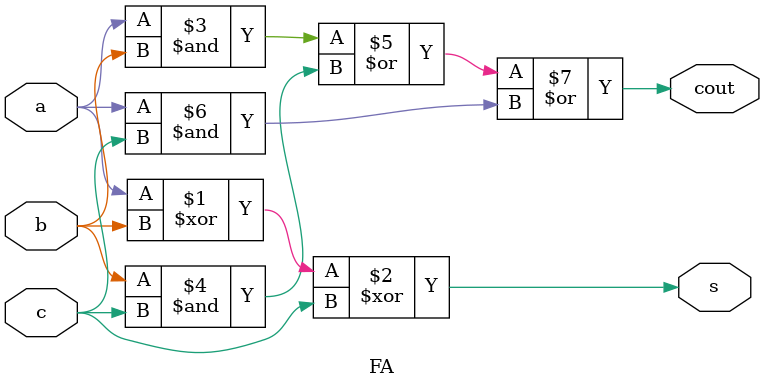
<source format=v>
module FA(a,b,c,s,cout);
  input a,b,c;
  output s,cout;
  assign s= a^b^c;
  assign cout=(a & b) | (b & c) | (a & c);
endmodule

</source>
